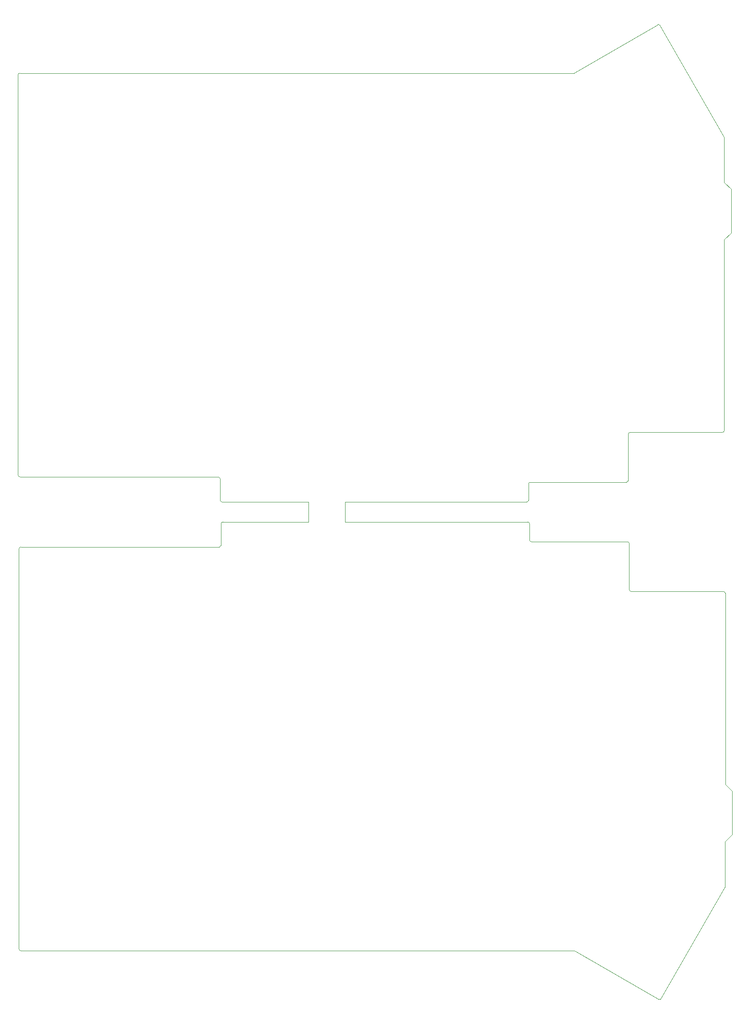
<source format=gbr>
G04 #@! TF.GenerationSoftware,KiCad,Pcbnew,(5.1.0-0)*
G04 #@! TF.CreationDate,2020-05-09T20:17:28+09:00*
G04 #@! TF.ProjectId,potto50,706f7474-6f35-4302-9e6b-696361645f70,rev?*
G04 #@! TF.SameCoordinates,Original*
G04 #@! TF.FileFunction,Profile,NP*
%FSLAX46Y46*%
G04 Gerber Fmt 4.6, Leading zero omitted, Abs format (unit mm)*
G04 Created by KiCad (PCBNEW (5.1.0-0)) date 2020-05-09 20:17:28*
%MOMM*%
%LPD*%
G04 APERTURE LIST*
%ADD10C,0.050000*%
G04 APERTURE END LIST*
D10*
X81925000Y-51250000D02*
X116338000Y-51245900D01*
X81925000Y-55029100D02*
X81925000Y-51250000D01*
X116522500Y-55029100D02*
X81925000Y-55029100D01*
X75000000Y-51250000D02*
X58553000Y-51245900D01*
X75000000Y-55029100D02*
X75000000Y-51250000D01*
X58737500Y-55029100D02*
X75000000Y-55029100D01*
X20224400Y-46496100D02*
X57841800Y-46496100D01*
X58197400Y-46851700D02*
X58197400Y-50890300D01*
X116693600Y-50890300D02*
X116693600Y-47855000D01*
X117049200Y-47499400D02*
X135248300Y-47499400D01*
X135603900Y-47143800D02*
X135603900Y-38431600D01*
X135959500Y-38076000D02*
X153460100Y-38076000D01*
X153815700Y-37720400D02*
X153815700Y-1525400D01*
X155098400Y7999600D02*
X153777600Y9320400D01*
X153777600Y9320400D02*
X153777600Y17829400D01*
X153777600Y17829400D02*
X141496698Y39165400D01*
X141242700Y39216200D02*
X125215300Y29983300D01*
X125215300Y29983300D02*
X20224400Y29983300D01*
X19868800Y29627700D02*
X19868800Y-46140500D01*
X153815700Y-1525400D02*
X155098400Y-242700D01*
X155098400Y-242700D02*
X155098400Y7999600D01*
X153460100Y-38076000D02*
G75*
G03X153815700Y-37720400I0J355600D01*
G01*
X135959500Y-38076000D02*
G75*
G03X135603900Y-38431600I0J-355600D01*
G01*
X135248300Y-47499400D02*
G75*
G03X135603900Y-47143800I0J355600D01*
G01*
X117049200Y-47499400D02*
G75*
G03X116693600Y-47855000I0J-355600D01*
G01*
X116338000Y-51245900D02*
G75*
G03X116693600Y-50890300I0J355600D01*
G01*
X58197400Y-50890300D02*
G75*
G03X58553000Y-51245900I355600J0D01*
G01*
X58197400Y-46851700D02*
G75*
G03X57841800Y-46496100I-355600J0D01*
G01*
X19868800Y-46140500D02*
G75*
G03X20224400Y-46496100I355600J0D01*
G01*
X20224400Y29983300D02*
G75*
G03X19868800Y29627700I0J-355600D01*
G01*
X141496698Y39165400D02*
G75*
G03X141242700Y39216200I-152399J-101599D01*
G01*
X141681198Y-145440400D02*
G75*
G02X141427200Y-145491200I-152399J101599D01*
G01*
X20408900Y-136258300D02*
G75*
G02X20053300Y-135902700I0J355600D01*
G01*
X20053300Y-60134500D02*
G75*
G02X20408900Y-59778900I355600J0D01*
G01*
X58381900Y-59423300D02*
G75*
G02X58026300Y-59778900I-355600J0D01*
G01*
X58381900Y-55384700D02*
G75*
G02X58737500Y-55029100I355600J0D01*
G01*
X116522500Y-55029100D02*
G75*
G02X116878100Y-55384700I0J-355600D01*
G01*
X117233700Y-58775600D02*
G75*
G02X116878100Y-58420000I0J355600D01*
G01*
X135432800Y-58775600D02*
G75*
G02X135788400Y-59131200I0J-355600D01*
G01*
X136144000Y-68199000D02*
G75*
G02X135788400Y-67843400I0J355600D01*
G01*
X153644600Y-68199000D02*
G75*
G02X154000200Y-68554600I0J-355600D01*
G01*
X155282900Y-106032300D02*
X155282900Y-114274600D01*
X154000200Y-104749600D02*
X155282900Y-106032300D01*
X20053300Y-135902700D02*
X20053300Y-60134500D01*
X125399800Y-136258300D02*
X20408900Y-136258300D01*
X141427200Y-145491200D02*
X125399800Y-136258300D01*
X153962100Y-124104400D02*
X141681198Y-145440400D01*
X153962100Y-115595400D02*
X153962100Y-124104400D01*
X155282900Y-114274600D02*
X153962100Y-115595400D01*
X154000200Y-68554600D02*
X154000200Y-104749600D01*
X136144000Y-68199000D02*
X153644600Y-68199000D01*
X135788400Y-59131200D02*
X135788400Y-67843400D01*
X117233700Y-58775600D02*
X135432800Y-58775600D01*
X116878100Y-55384700D02*
X116878100Y-58420000D01*
X58381900Y-59423300D02*
X58381900Y-55384700D01*
X20408900Y-59778900D02*
X58026300Y-59778900D01*
M02*

</source>
